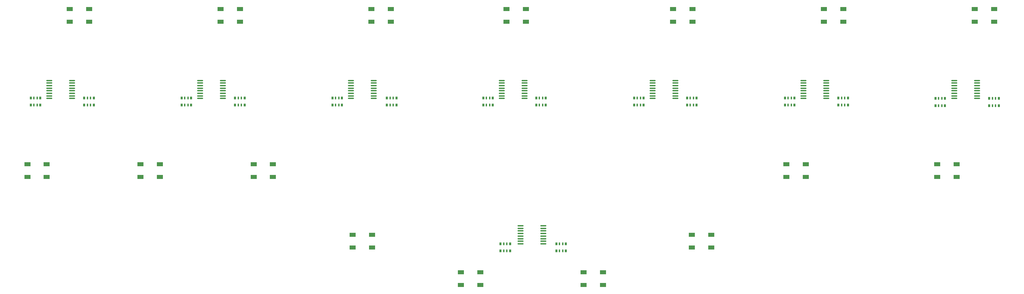
<source format=gbr>
%TF.GenerationSoftware,KiCad,Pcbnew,(6.0.6-0)*%
%TF.CreationDate,2022-08-16T09:08:47-07:00*%
%TF.ProjectId,purple-owl,70757270-6c65-42d6-9f77-6c2e6b696361,1.0*%
%TF.SameCoordinates,Original*%
%TF.FileFunction,Paste,Top*%
%TF.FilePolarity,Positive*%
%FSLAX46Y46*%
G04 Gerber Fmt 4.6, Leading zero omitted, Abs format (unit mm)*
G04 Created by KiCad (PCBNEW (6.0.6-0)) date 2022-08-16 09:08:47*
%MOMM*%
%LPD*%
G01*
G04 APERTURE LIST*
G04 Aperture macros list*
%AMRoundRect*
0 Rectangle with rounded corners*
0 $1 Rounding radius*
0 $2 $3 $4 $5 $6 $7 $8 $9 X,Y pos of 4 corners*
0 Add a 4 corners polygon primitive as box body*
4,1,4,$2,$3,$4,$5,$6,$7,$8,$9,$2,$3,0*
0 Add four circle primitives for the rounded corners*
1,1,$1+$1,$2,$3*
1,1,$1+$1,$4,$5*
1,1,$1+$1,$6,$7*
1,1,$1+$1,$8,$9*
0 Add four rect primitives between the rounded corners*
20,1,$1+$1,$2,$3,$4,$5,0*
20,1,$1+$1,$4,$5,$6,$7,0*
20,1,$1+$1,$6,$7,$8,$9,0*
20,1,$1+$1,$8,$9,$2,$3,0*%
G04 Aperture macros list end*
%ADD10R,0.500000X0.800000*%
%ADD11R,0.400000X0.800000*%
%ADD12RoundRect,0.100000X0.637500X0.100000X-0.637500X0.100000X-0.637500X-0.100000X0.637500X-0.100000X0*%
%ADD13R,1.500000X1.000000*%
G04 APERTURE END LIST*
D10*
%TO.C,RN6*%
X237737500Y-123321875D03*
D11*
X236937500Y-123321875D03*
X236137500Y-123321875D03*
D10*
X235337500Y-123321875D03*
X235337500Y-125121875D03*
D11*
X236137500Y-125121875D03*
X236937500Y-125121875D03*
D10*
X237737500Y-125121875D03*
%TD*%
D12*
%TO.C,U7*%
X93350000Y-123433000D03*
X93350000Y-122783000D03*
X93350000Y-122133000D03*
X93350000Y-121483000D03*
X93350000Y-120833000D03*
X93350000Y-120183000D03*
X93350000Y-119533000D03*
X93350000Y-118883000D03*
X87625000Y-118883000D03*
X87625000Y-119533000D03*
X87625000Y-120183000D03*
X87625000Y-120833000D03*
X87625000Y-121483000D03*
X87625000Y-122133000D03*
X87625000Y-122783000D03*
X87625000Y-123433000D03*
%TD*%
D13*
%TO.C,D10*%
X139234375Y-140084375D03*
X139234375Y-143284375D03*
X144134375Y-143284375D03*
X144134375Y-140084375D03*
%TD*%
D12*
%TO.C,U4*%
X207650000Y-123433000D03*
X207650000Y-122783000D03*
X207650000Y-122133000D03*
X207650000Y-121483000D03*
X207650000Y-120833000D03*
X207650000Y-120183000D03*
X207650000Y-119533000D03*
X207650000Y-118883000D03*
X201925000Y-118883000D03*
X201925000Y-119533000D03*
X201925000Y-120183000D03*
X201925000Y-120833000D03*
X201925000Y-121483000D03*
X201925000Y-122133000D03*
X201925000Y-122783000D03*
X201925000Y-123433000D03*
%TD*%
%TO.C,U5*%
X169550000Y-123433000D03*
X169550000Y-122783000D03*
X169550000Y-122133000D03*
X169550000Y-121483000D03*
X169550000Y-120833000D03*
X169550000Y-120183000D03*
X169550000Y-119533000D03*
X169550000Y-118883000D03*
X163825000Y-118883000D03*
X163825000Y-119533000D03*
X163825000Y-120183000D03*
X163825000Y-120833000D03*
X163825000Y-121483000D03*
X163825000Y-122133000D03*
X163825000Y-122783000D03*
X163825000Y-123433000D03*
%TD*%
D13*
%TO.C,D15*%
X173900000Y-103993750D03*
X173900000Y-100793750D03*
X169000000Y-100793750D03*
X169000000Y-103993750D03*
%TD*%
D10*
%TO.C,RN1*%
X325063000Y-125233000D03*
D11*
X325863000Y-125233000D03*
X326663000Y-125233000D03*
D10*
X327463000Y-125233000D03*
X327463000Y-123433000D03*
D11*
X326663000Y-123433000D03*
X325863000Y-123433000D03*
D10*
X325063000Y-123433000D03*
%TD*%
%TO.C,RN9*%
X172917000Y-125121875D03*
D11*
X173717000Y-125121875D03*
X174517000Y-125121875D03*
D10*
X175317000Y-125121875D03*
X175317000Y-123321875D03*
D11*
X174517000Y-123321875D03*
X173717000Y-123321875D03*
D10*
X172917000Y-123321875D03*
%TD*%
D12*
%TO.C,U1*%
X321950000Y-123433000D03*
X321950000Y-122783000D03*
X321950000Y-122133000D03*
X321950000Y-121483000D03*
X321950000Y-120833000D03*
X321950000Y-120183000D03*
X321950000Y-119533000D03*
X321950000Y-118883000D03*
X316225000Y-118883000D03*
X316225000Y-119533000D03*
X316225000Y-120183000D03*
X316225000Y-120833000D03*
X316225000Y-121483000D03*
X316225000Y-122133000D03*
X316225000Y-122783000D03*
X316225000Y-123433000D03*
%TD*%
%TO.C,U6*%
X131450000Y-123433000D03*
X131450000Y-122783000D03*
X131450000Y-122133000D03*
X131450000Y-121483000D03*
X131450000Y-120833000D03*
X131450000Y-120183000D03*
X131450000Y-119533000D03*
X131450000Y-118883000D03*
X125725000Y-118883000D03*
X125725000Y-119533000D03*
X125725000Y-120183000D03*
X125725000Y-120833000D03*
X125725000Y-121483000D03*
X125725000Y-122133000D03*
X125725000Y-122783000D03*
X125725000Y-123433000D03*
%TD*%
D10*
%TO.C,RN10*%
X161537500Y-123321875D03*
D11*
X160737500Y-123321875D03*
X159937500Y-123321875D03*
D10*
X159137500Y-123321875D03*
X159137500Y-125121875D03*
D11*
X159937500Y-125121875D03*
X160737500Y-125121875D03*
D10*
X161537500Y-125121875D03*
%TD*%
%TO.C,RN5*%
X248736000Y-125106000D03*
D11*
X249536000Y-125106000D03*
X250336000Y-125106000D03*
D10*
X251136000Y-125106000D03*
X251136000Y-123306000D03*
D11*
X250336000Y-123306000D03*
X249536000Y-123306000D03*
D10*
X248736000Y-123306000D03*
%TD*%
D13*
%TO.C,D12*%
X82084375Y-140084375D03*
X82084375Y-143284375D03*
X86984375Y-143284375D03*
X86984375Y-140084375D03*
%TD*%
%TO.C,D4*%
X311875000Y-140084375D03*
X311875000Y-143284375D03*
X316775000Y-143284375D03*
X316775000Y-140084375D03*
%TD*%
%TO.C,D9*%
X164237500Y-157943750D03*
X164237500Y-161143750D03*
X169137500Y-161143750D03*
X169137500Y-157943750D03*
%TD*%
%TO.C,D2*%
X288200000Y-103993750D03*
X288200000Y-100793750D03*
X283300000Y-100793750D03*
X283300000Y-103993750D03*
%TD*%
%TO.C,D3*%
X326300000Y-103993750D03*
X326300000Y-100793750D03*
X321400000Y-100793750D03*
X321400000Y-103993750D03*
%TD*%
D10*
%TO.C,RN12*%
X123437500Y-123321875D03*
D11*
X122637500Y-123321875D03*
X121837500Y-123321875D03*
D10*
X121037500Y-123321875D03*
X121037500Y-125121875D03*
D11*
X121837500Y-125121875D03*
X122637500Y-125121875D03*
D10*
X123437500Y-125121875D03*
%TD*%
D13*
%TO.C,D11*%
X110659375Y-140084375D03*
X110659375Y-143284375D03*
X115559375Y-143284375D03*
X115559375Y-140084375D03*
%TD*%
%TO.C,D7*%
X222578125Y-167468750D03*
X222578125Y-170668750D03*
X227478125Y-170668750D03*
X227478125Y-167468750D03*
%TD*%
D10*
%TO.C,RN11*%
X134563000Y-125121875D03*
D11*
X135363000Y-125121875D03*
X136163000Y-125121875D03*
D10*
X136963000Y-125121875D03*
X136963000Y-123321875D03*
D11*
X136163000Y-123321875D03*
X135363000Y-123321875D03*
D10*
X134563000Y-123321875D03*
%TD*%
%TO.C,RN7*%
X210636000Y-125121875D03*
D11*
X211436000Y-125121875D03*
X212236000Y-125121875D03*
D10*
X213036000Y-125121875D03*
X213036000Y-123321875D03*
D11*
X212236000Y-123321875D03*
X211436000Y-123321875D03*
D10*
X210636000Y-123321875D03*
%TD*%
D12*
%TO.C,U8*%
X212412500Y-160231250D03*
X212412500Y-159581250D03*
X212412500Y-158931250D03*
X212412500Y-158281250D03*
X212412500Y-157631250D03*
X212412500Y-156981250D03*
X212412500Y-156331250D03*
X212412500Y-155681250D03*
X206687500Y-155681250D03*
X206687500Y-156331250D03*
X206687500Y-156981250D03*
X206687500Y-157631250D03*
X206687500Y-158281250D03*
X206687500Y-158931250D03*
X206687500Y-159581250D03*
X206687500Y-160231250D03*
%TD*%
D13*
%TO.C,D13*%
X97700000Y-103993750D03*
X97700000Y-100793750D03*
X92800000Y-100793750D03*
X92800000Y-103993750D03*
%TD*%
D10*
%TO.C,RN14*%
X85337500Y-123321875D03*
D11*
X84537500Y-123321875D03*
X83737500Y-123321875D03*
D10*
X82937500Y-123321875D03*
X82937500Y-125121875D03*
D11*
X83737500Y-125121875D03*
X84537500Y-125121875D03*
D10*
X85337500Y-125121875D03*
%TD*%
D13*
%TO.C,D16*%
X208031250Y-103993750D03*
X208031250Y-100793750D03*
X203131250Y-100793750D03*
X203131250Y-103993750D03*
%TD*%
%TO.C,D5*%
X273775000Y-140084375D03*
X273775000Y-143284375D03*
X278675000Y-143284375D03*
X278675000Y-140084375D03*
%TD*%
D10*
%TO.C,RN8*%
X199637500Y-123321875D03*
D11*
X198837500Y-123321875D03*
X198037500Y-123321875D03*
D10*
X197237500Y-123321875D03*
X197237500Y-125121875D03*
D11*
X198037500Y-125121875D03*
X198837500Y-125121875D03*
D10*
X199637500Y-125121875D03*
%TD*%
D12*
%TO.C,U3*%
X245750000Y-123433000D03*
X245750000Y-122783000D03*
X245750000Y-122133000D03*
X245750000Y-121483000D03*
X245750000Y-120833000D03*
X245750000Y-120183000D03*
X245750000Y-119533000D03*
X245750000Y-118883000D03*
X240025000Y-118883000D03*
X240025000Y-119533000D03*
X240025000Y-120183000D03*
X240025000Y-120833000D03*
X240025000Y-121483000D03*
X240025000Y-122133000D03*
X240025000Y-122783000D03*
X240025000Y-123433000D03*
%TD*%
D10*
%TO.C,RN4*%
X275837500Y-123321875D03*
D11*
X275037500Y-123321875D03*
X274237500Y-123321875D03*
D10*
X273437500Y-123321875D03*
X273437500Y-125121875D03*
D11*
X274237500Y-125121875D03*
X275037500Y-125121875D03*
D10*
X275837500Y-125121875D03*
%TD*%
%TO.C,RN15*%
X215716000Y-162031250D03*
D11*
X216516000Y-162031250D03*
X217316000Y-162031250D03*
D10*
X218116000Y-162031250D03*
X218116000Y-160231250D03*
D11*
X217316000Y-160231250D03*
X216516000Y-160231250D03*
D10*
X215716000Y-160231250D03*
%TD*%
%TO.C,RN3*%
X286963000Y-125121875D03*
D11*
X287763000Y-125121875D03*
X288563000Y-125121875D03*
D10*
X289363000Y-125121875D03*
X289363000Y-123321875D03*
D11*
X288563000Y-123321875D03*
X287763000Y-123321875D03*
D10*
X286963000Y-123321875D03*
%TD*%
%TO.C,RN2*%
X313874000Y-123433000D03*
D11*
X313074000Y-123433000D03*
X312274000Y-123433000D03*
D10*
X311474000Y-123433000D03*
X311474000Y-125233000D03*
D11*
X312274000Y-125233000D03*
X313074000Y-125233000D03*
D10*
X313874000Y-125233000D03*
%TD*%
D13*
%TO.C,D1*%
X250100000Y-103993750D03*
X250100000Y-100793750D03*
X245200000Y-100793750D03*
X245200000Y-103993750D03*
%TD*%
D10*
%TO.C,RN13*%
X96463000Y-125121875D03*
D11*
X97263000Y-125121875D03*
X98063000Y-125121875D03*
D10*
X98863000Y-125121875D03*
X98863000Y-123321875D03*
D11*
X98063000Y-123321875D03*
X97263000Y-123321875D03*
D10*
X96463000Y-123321875D03*
%TD*%
%TO.C,RN16*%
X204003125Y-160231250D03*
D11*
X203203125Y-160231250D03*
X202403125Y-160231250D03*
D10*
X201603125Y-160231250D03*
X201603125Y-162031250D03*
D11*
X202403125Y-162031250D03*
X203203125Y-162031250D03*
D10*
X204003125Y-162031250D03*
%TD*%
D12*
%TO.C,U2*%
X283850000Y-123433000D03*
X283850000Y-122783000D03*
X283850000Y-122133000D03*
X283850000Y-121483000D03*
X283850000Y-120833000D03*
X283850000Y-120183000D03*
X283850000Y-119533000D03*
X283850000Y-118883000D03*
X278125000Y-118883000D03*
X278125000Y-119533000D03*
X278125000Y-120183000D03*
X278125000Y-120833000D03*
X278125000Y-121483000D03*
X278125000Y-122133000D03*
X278125000Y-122783000D03*
X278125000Y-123433000D03*
%TD*%
D13*
%TO.C,D6*%
X249962500Y-157943750D03*
X249962500Y-161143750D03*
X254862500Y-161143750D03*
X254862500Y-157943750D03*
%TD*%
%TO.C,D8*%
X191621875Y-167468750D03*
X191621875Y-170668750D03*
X196521875Y-170668750D03*
X196521875Y-167468750D03*
%TD*%
%TO.C,D14*%
X135800000Y-103993750D03*
X135800000Y-100793750D03*
X130900000Y-100793750D03*
X130900000Y-103993750D03*
%TD*%
M02*

</source>
